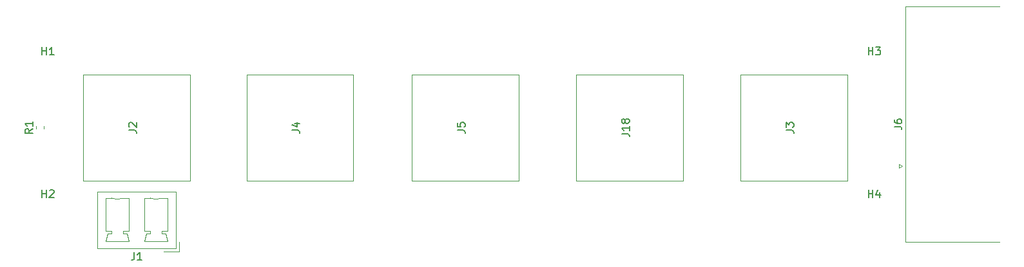
<source format=gbr>
%TF.GenerationSoftware,KiCad,Pcbnew,(5.1.12)-1*%
%TF.CreationDate,2021-12-02T22:11:06-06:00*%
%TF.ProjectId,CANA_BOARD,43414e41-5f42-44f4-9152-442e6b696361,rev?*%
%TF.SameCoordinates,Original*%
%TF.FileFunction,Legend,Top*%
%TF.FilePolarity,Positive*%
%FSLAX46Y46*%
G04 Gerber Fmt 4.6, Leading zero omitted, Abs format (unit mm)*
G04 Created by KiCad (PCBNEW (5.1.12)-1) date 2021-12-02 22:11:06*
%MOMM*%
%LPD*%
G01*
G04 APERTURE LIST*
%ADD10C,0.120000*%
%ADD11C,0.150000*%
G04 APERTURE END LIST*
D10*
%TO.C,J1*%
X117360353Y-94370155D02*
G75*
G03*
X118860000Y-94370000I749647J1700155D01*
G01*
X122440353Y-94370155D02*
G75*
G03*
X123940000Y-94370000I749647J1700155D01*
G01*
X125840000Y-100980000D02*
X125840000Y-93510000D01*
X125840000Y-93510000D02*
X115460000Y-93510000D01*
X115460000Y-93510000D02*
X115460000Y-100980000D01*
X115460000Y-100980000D02*
X125840000Y-100980000D01*
X123940000Y-94370000D02*
X124690000Y-94370000D01*
X124690000Y-94370000D02*
X124690000Y-98670000D01*
X124690000Y-98670000D02*
X123940000Y-98670000D01*
X123940000Y-98670000D02*
X123940000Y-99020000D01*
X123940000Y-99020000D02*
X124440000Y-99020000D01*
X124440000Y-99020000D02*
X124690000Y-100020000D01*
X124690000Y-100020000D02*
X121690000Y-100020000D01*
X121690000Y-100020000D02*
X121940000Y-99020000D01*
X121940000Y-99020000D02*
X122440000Y-99020000D01*
X122440000Y-99020000D02*
X122440000Y-98670000D01*
X122440000Y-98670000D02*
X121690000Y-98670000D01*
X121690000Y-98670000D02*
X121690000Y-94370000D01*
X121690000Y-94370000D02*
X122440000Y-94370000D01*
X118860000Y-94370000D02*
X119610000Y-94370000D01*
X119610000Y-94370000D02*
X119610000Y-98670000D01*
X119610000Y-98670000D02*
X118860000Y-98670000D01*
X118860000Y-98670000D02*
X118860000Y-99020000D01*
X118860000Y-99020000D02*
X119360000Y-99020000D01*
X119360000Y-99020000D02*
X119610000Y-100020000D01*
X119610000Y-100020000D02*
X116610000Y-100020000D01*
X116610000Y-100020000D02*
X116860000Y-99020000D01*
X116860000Y-99020000D02*
X117360000Y-99020000D01*
X117360000Y-99020000D02*
X117360000Y-98670000D01*
X117360000Y-98670000D02*
X116610000Y-98670000D01*
X116610000Y-98670000D02*
X116610000Y-94370000D01*
X116610000Y-94370000D02*
X117360000Y-94370000D01*
X126230000Y-100120000D02*
X126230000Y-101370000D01*
X126230000Y-101370000D02*
X124230000Y-101370000D01*
%TO.C,J2*%
X127650000Y-78090000D02*
X127650000Y-92090000D01*
X113650000Y-78090000D02*
X127650000Y-78090000D01*
X113650000Y-92090000D02*
X127650000Y-92090000D01*
X113650000Y-92090000D02*
X113650000Y-78090000D01*
%TO.C,J6*%
X234000000Y-100115000D02*
X221660000Y-100115000D01*
X221660000Y-100115000D02*
X221660000Y-69145000D01*
X221660000Y-69145000D02*
X234000000Y-69145000D01*
X220765662Y-90420000D02*
X220765662Y-89920000D01*
X220765662Y-89920000D02*
X221198675Y-90170000D01*
X221198675Y-90170000D02*
X220765662Y-90420000D01*
%TO.C,R1*%
X107440000Y-85252779D02*
X107440000Y-84927221D01*
X108460000Y-85252779D02*
X108460000Y-84927221D01*
%TO.C,J18*%
X192420000Y-78090000D02*
X192420000Y-92090000D01*
X178420000Y-78090000D02*
X192420000Y-78090000D01*
X178420000Y-92090000D02*
X192420000Y-92090000D01*
X178420000Y-92090000D02*
X178420000Y-78090000D01*
%TO.C,J5*%
X170830000Y-78090000D02*
X170830000Y-92090000D01*
X156830000Y-78090000D02*
X170830000Y-78090000D01*
X156830000Y-92090000D02*
X170830000Y-92090000D01*
X156830000Y-92090000D02*
X156830000Y-78090000D01*
%TO.C,J4*%
X149120000Y-78090000D02*
X149120000Y-92090000D01*
X135120000Y-78090000D02*
X149120000Y-78090000D01*
X135120000Y-92090000D02*
X149120000Y-92090000D01*
X135120000Y-92090000D02*
X135120000Y-78090000D01*
%TO.C,J3*%
X214010000Y-78090000D02*
X214010000Y-92090000D01*
X200010000Y-78090000D02*
X214010000Y-78090000D01*
X200010000Y-92090000D02*
X214010000Y-92090000D01*
X200010000Y-92090000D02*
X200010000Y-78090000D01*
%TO.C,H4*%
D11*
X216789095Y-94296380D02*
X216789095Y-93296380D01*
X216789095Y-93772571D02*
X217360523Y-93772571D01*
X217360523Y-94296380D02*
X217360523Y-93296380D01*
X218265285Y-93629714D02*
X218265285Y-94296380D01*
X218027190Y-93248761D02*
X217789095Y-93963047D01*
X218408142Y-93963047D01*
%TO.C,H3*%
X216789095Y-75509380D02*
X216789095Y-74509380D01*
X216789095Y-74985571D02*
X217360523Y-74985571D01*
X217360523Y-75509380D02*
X217360523Y-74509380D01*
X217741476Y-74509380D02*
X218360523Y-74509380D01*
X218027190Y-74890333D01*
X218170047Y-74890333D01*
X218265285Y-74937952D01*
X218312904Y-74985571D01*
X218360523Y-75080809D01*
X218360523Y-75318904D01*
X218312904Y-75414142D01*
X218265285Y-75461761D01*
X218170047Y-75509380D01*
X217884333Y-75509380D01*
X217789095Y-75461761D01*
X217741476Y-75414142D01*
%TO.C,H2*%
X108204095Y-94296380D02*
X108204095Y-93296380D01*
X108204095Y-93772571D02*
X108775523Y-93772571D01*
X108775523Y-94296380D02*
X108775523Y-93296380D01*
X109204095Y-93391619D02*
X109251714Y-93344000D01*
X109346952Y-93296380D01*
X109585047Y-93296380D01*
X109680285Y-93344000D01*
X109727904Y-93391619D01*
X109775523Y-93486857D01*
X109775523Y-93582095D01*
X109727904Y-93724952D01*
X109156476Y-94296380D01*
X109775523Y-94296380D01*
%TO.C,H1*%
X108204095Y-75509380D02*
X108204095Y-74509380D01*
X108204095Y-74985571D02*
X108775523Y-74985571D01*
X108775523Y-75509380D02*
X108775523Y-74509380D01*
X109775523Y-75509380D02*
X109204095Y-75509380D01*
X109489809Y-75509380D02*
X109489809Y-74509380D01*
X109394571Y-74652238D01*
X109299333Y-74747476D01*
X109204095Y-74795095D01*
%TO.C,J1*%
X120316666Y-101522380D02*
X120316666Y-102236666D01*
X120269047Y-102379523D01*
X120173809Y-102474761D01*
X120030952Y-102522380D01*
X119935714Y-102522380D01*
X121316666Y-102522380D02*
X120745238Y-102522380D01*
X121030952Y-102522380D02*
X121030952Y-101522380D01*
X120935714Y-101665238D01*
X120840476Y-101760476D01*
X120745238Y-101808095D01*
%TO.C,J2*%
X119602380Y-85423333D02*
X120316666Y-85423333D01*
X120459523Y-85470952D01*
X120554761Y-85566190D01*
X120602380Y-85709047D01*
X120602380Y-85804285D01*
X119697619Y-84994761D02*
X119650000Y-84947142D01*
X119602380Y-84851904D01*
X119602380Y-84613809D01*
X119650000Y-84518571D01*
X119697619Y-84470952D01*
X119792857Y-84423333D01*
X119888095Y-84423333D01*
X120030952Y-84470952D01*
X120602380Y-85042380D01*
X120602380Y-84423333D01*
%TO.C,J6*%
X220172380Y-84963333D02*
X220886666Y-84963333D01*
X221029523Y-85010952D01*
X221124761Y-85106190D01*
X221172380Y-85249047D01*
X221172380Y-85344285D01*
X220172380Y-84058571D02*
X220172380Y-84249047D01*
X220220000Y-84344285D01*
X220267619Y-84391904D01*
X220410476Y-84487142D01*
X220600952Y-84534761D01*
X220981904Y-84534761D01*
X221077142Y-84487142D01*
X221124761Y-84439523D01*
X221172380Y-84344285D01*
X221172380Y-84153809D01*
X221124761Y-84058571D01*
X221077142Y-84010952D01*
X220981904Y-83963333D01*
X220743809Y-83963333D01*
X220648571Y-84010952D01*
X220600952Y-84058571D01*
X220553333Y-84153809D01*
X220553333Y-84344285D01*
X220600952Y-84439523D01*
X220648571Y-84487142D01*
X220743809Y-84534761D01*
%TO.C,R1*%
X106972380Y-85256666D02*
X106496190Y-85590000D01*
X106972380Y-85828095D02*
X105972380Y-85828095D01*
X105972380Y-85447142D01*
X106020000Y-85351904D01*
X106067619Y-85304285D01*
X106162857Y-85256666D01*
X106305714Y-85256666D01*
X106400952Y-85304285D01*
X106448571Y-85351904D01*
X106496190Y-85447142D01*
X106496190Y-85828095D01*
X106972380Y-84304285D02*
X106972380Y-84875714D01*
X106972380Y-84590000D02*
X105972380Y-84590000D01*
X106115238Y-84685238D01*
X106210476Y-84780476D01*
X106258095Y-84875714D01*
%TO.C,J18*%
X184372380Y-85899523D02*
X185086666Y-85899523D01*
X185229523Y-85947142D01*
X185324761Y-86042380D01*
X185372380Y-86185238D01*
X185372380Y-86280476D01*
X185372380Y-84899523D02*
X185372380Y-85470952D01*
X185372380Y-85185238D02*
X184372380Y-85185238D01*
X184515238Y-85280476D01*
X184610476Y-85375714D01*
X184658095Y-85470952D01*
X184800952Y-84328095D02*
X184753333Y-84423333D01*
X184705714Y-84470952D01*
X184610476Y-84518571D01*
X184562857Y-84518571D01*
X184467619Y-84470952D01*
X184420000Y-84423333D01*
X184372380Y-84328095D01*
X184372380Y-84137619D01*
X184420000Y-84042380D01*
X184467619Y-83994761D01*
X184562857Y-83947142D01*
X184610476Y-83947142D01*
X184705714Y-83994761D01*
X184753333Y-84042380D01*
X184800952Y-84137619D01*
X184800952Y-84328095D01*
X184848571Y-84423333D01*
X184896190Y-84470952D01*
X184991428Y-84518571D01*
X185181904Y-84518571D01*
X185277142Y-84470952D01*
X185324761Y-84423333D01*
X185372380Y-84328095D01*
X185372380Y-84137619D01*
X185324761Y-84042380D01*
X185277142Y-83994761D01*
X185181904Y-83947142D01*
X184991428Y-83947142D01*
X184896190Y-83994761D01*
X184848571Y-84042380D01*
X184800952Y-84137619D01*
%TO.C,J5*%
X162782380Y-85423333D02*
X163496666Y-85423333D01*
X163639523Y-85470952D01*
X163734761Y-85566190D01*
X163782380Y-85709047D01*
X163782380Y-85804285D01*
X162782380Y-84470952D02*
X162782380Y-84947142D01*
X163258571Y-84994761D01*
X163210952Y-84947142D01*
X163163333Y-84851904D01*
X163163333Y-84613809D01*
X163210952Y-84518571D01*
X163258571Y-84470952D01*
X163353809Y-84423333D01*
X163591904Y-84423333D01*
X163687142Y-84470952D01*
X163734761Y-84518571D01*
X163782380Y-84613809D01*
X163782380Y-84851904D01*
X163734761Y-84947142D01*
X163687142Y-84994761D01*
%TO.C,J4*%
X141072380Y-85423333D02*
X141786666Y-85423333D01*
X141929523Y-85470952D01*
X142024761Y-85566190D01*
X142072380Y-85709047D01*
X142072380Y-85804285D01*
X141405714Y-84518571D02*
X142072380Y-84518571D01*
X141024761Y-84756666D02*
X141739047Y-84994761D01*
X141739047Y-84375714D01*
%TO.C,J3*%
X205962380Y-85423333D02*
X206676666Y-85423333D01*
X206819523Y-85470952D01*
X206914761Y-85566190D01*
X206962380Y-85709047D01*
X206962380Y-85804285D01*
X205962380Y-85042380D02*
X205962380Y-84423333D01*
X206343333Y-84756666D01*
X206343333Y-84613809D01*
X206390952Y-84518571D01*
X206438571Y-84470952D01*
X206533809Y-84423333D01*
X206771904Y-84423333D01*
X206867142Y-84470952D01*
X206914761Y-84518571D01*
X206962380Y-84613809D01*
X206962380Y-84899523D01*
X206914761Y-84994761D01*
X206867142Y-85042380D01*
%TD*%
M02*

</source>
